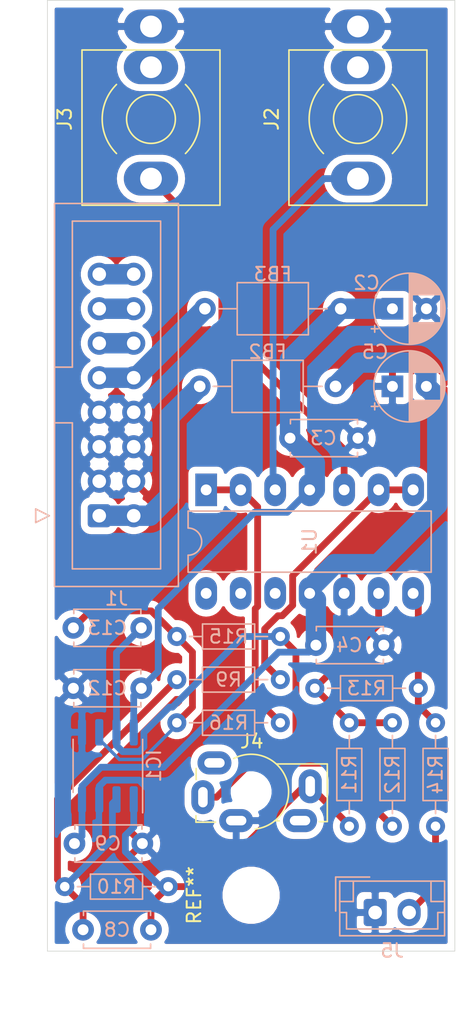
<source format=kicad_pcb>
(kicad_pcb (version 20171130) (host pcbnew "(5.1.10)-1")
  (layers (0 F.Cu signal) (31 B.Cu signal) (34 B.Paste user) (35 F.Paste user) (36 B.SilkS user) (37 F.SilkS user) (38 B.Mask user) (39 F.Mask user) (44 Edge.Cuts user))
  (net 0 "")
  (net 1 GND)
  (net 2 +12V)
  (net 3 -12V)
  (net 4 "Net-(C8-Pad2)")
  (net 5 Left_phone)
  (net 6 "Net-(C13-Pad1)")
  (net 7 Right_phone)
  (net 8 "Net-(FB2-Pad2)")
  (net 9 "Net-(FB3-Pad2)")
  (net 10 "Net-(J1-Pad13)")
  (net 11 "Net-(J1-Pad15)")
  (net 12 "Net-(J2-Pad2)")
  (net 13 "Net-(J2-Pad3)")
  (net 14 "Net-(J3-Pad3)")
  (net 15 "Net-(J3-Pad2)")
  (net 16 "Net-(J4-PadSN)")
  (net 17 "Net-(J4-PadTN)")
  (net 18 Mono_Line)
  (net 19 Left)
  (net 20 "Net-(R11-Pad1)")
  (net 21 "Net-(R13-Pad1)")
  (net 22 Right)
  (net 23 "Net-(J1-Pad11)")
  (module Resistor_THT:R_Axial_DIN0204_L3.6mm_D1.6mm_P7.62mm_Horizontal (layer B.Cu) (at 57.15 76.835 180)
    (fp_text reference R15 (at 3.81 0) (layer B.SilkS) (effects (justify mirror)))
    (fp_text value 680r)
    (pad 2 thru_hole oval (at 7.62 0 180) (size 1.4 1.4) (drill 0.7) (layers *.Cu *.Mask) (net 6 "Net-(C13-Pad1)"))
    (pad 1 thru_hole circle (at 0 0 180) (size 1.4 1.4) (drill 0.7) (layers *.Cu *.Mask) (net 7 Right_phone))
  )
  (module MountingHole:MountingHole_3.2mm_M3 (layer F.Cu) (at 55 95.885 90)
    (fp_text reference REF** (at 0 -4.2 90) (layer F.SilkS))
    (fp_text value MountingHole_3.2mm_M3)
    (pad 1 np_thru_hole circle (at 0 0 90) (size 3.2 3.2) (drill 3.2) (layers *.Cu *.Mask))
  )
  (module Capacitor_THT:CP_Radial_D5.0mm_P2.50mm (layer B.Cu) (at 65.405 52.705)
    (fp_text reference C2 (at -1.905 -1.905) (layer B.SilkS) (effects (justify mirror)))
    (fp_text value 10uf)
    (pad 2 thru_hole circle (at 2.5 0) (size 1.6 1.6) (drill 0.8) (layers *.Cu *.Mask) (net 1 GND))
    (pad 1 thru_hole rect (at 0 0) (size 1.6 1.6) (drill 0.8) (layers *.Cu *.Mask) (net 2 +12V))
  )
  (module Capacitor_THT:C_Disc_D4.7mm_W2.5mm_P5.00mm (layer B.Cu) (at 62.865 62.23 180)
    (fp_text reference C3 (at 2.54 0) (layer B.SilkS) (effects (justify mirror)))
    (fp_text value 0.1uf)
    (pad 1 thru_hole circle (at 0 0 180) (size 1.6 1.6) (drill 0.8) (layers *.Cu *.Mask) (net 1 GND))
    (pad 2 thru_hole circle (at 5 0 180) (size 1.6 1.6) (drill 0.8) (layers *.Cu *.Mask) (net 2 +12V))
  )
  (module Capacitor_THT:C_Disc_D4.7mm_W2.5mm_P5.00mm (layer B.Cu) (at 64.77 77.47 180)
    (fp_text reference C4 (at 2.54 0) (layer B.SilkS) (effects (justify mirror)))
    (fp_text value 0.1uf)
    (pad 2 thru_hole circle (at 5 0 180) (size 1.6 1.6) (drill 0.8) (layers *.Cu *.Mask) (net 3 -12V))
    (pad 1 thru_hole circle (at 0 0 180) (size 1.6 1.6) (drill 0.8) (layers *.Cu *.Mask) (net 1 GND))
  )
  (module Capacitor_THT:CP_Radial_D5.0mm_P2.50mm (layer B.Cu) (at 65.405 58.42)
    (fp_text reference C5 (at -1.27 -2.54) (layer B.SilkS) (effects (justify mirror)))
    (fp_text value 10uf)
    (pad 1 thru_hole rect (at 0 0) (size 1.6 1.6) (drill 0.8) (layers *.Cu *.Mask) (net 1 GND))
    (pad 2 thru_hole circle (at 2.5 0) (size 1.6 1.6) (drill 0.8) (layers *.Cu *.Mask) (net 3 -12V))
  )
  (module Capacitor_THT:C_Disc_D4.7mm_W2.5mm_P5.00mm (layer B.Cu) (at 47.625 98.425 180)
    (fp_text reference C8 (at 2.5 0) (layer B.SilkS) (effects (justify mirror)))
    (fp_text value 47pf)
    (pad 2 thru_hole circle (at 5 0 180) (size 1.6 1.6) (drill 0.8) (layers *.Cu *.Mask) (net 4 "Net-(C8-Pad2)"))
    (pad 1 thru_hole circle (at 0 0 180) (size 1.6 1.6) (drill 0.8) (layers *.Cu *.Mask) (net 5 Left_phone))
  )
  (module Capacitor_THT:C_Disc_D4.7mm_W2.5mm_P5.00mm (layer B.Cu) (at 46.99 92.075 180)
    (fp_text reference C9 (at 2.54 0) (layer B.SilkS) (effects (justify mirror)))
    (fp_text value 100nf)
    (pad 1 thru_hole circle (at 0 0 180) (size 1.6 1.6) (drill 0.8) (layers *.Cu *.Mask) (net 1 GND))
    (pad 2 thru_hole circle (at 5 0 180) (size 1.6 1.6) (drill 0.8) (layers *.Cu *.Mask) (net 3 -12V))
  )
  (module Capacitor_THT:C_Disc_D4.7mm_W2.5mm_P5.00mm (layer B.Cu) (at 41.91 80.645)
    (fp_text reference C12 (at 2.5 0) (layer B.SilkS) (effects (justify mirror)))
    (fp_text value 100nf)
    (pad 2 thru_hole circle (at 5 0) (size 1.6 1.6) (drill 0.8) (layers *.Cu *.Mask) (net 2 +12V))
    (pad 1 thru_hole circle (at 0 0) (size 1.6 1.6) (drill 0.8) (layers *.Cu *.Mask) (net 1 GND))
  )
  (module Capacitor_THT:C_Disc_D4.7mm_W2.5mm_P5.00mm (layer B.Cu) (at 41.91 76.2)
    (fp_text reference C13 (at 2.5 0) (layer B.SilkS) (effects (justify mirror)))
    (fp_text value 47pf)
    (pad 1 thru_hole circle (at 0 0) (size 1.6 1.6) (drill 0.8) (layers *.Cu *.Mask) (net 6 "Net-(C13-Pad1)"))
    (pad 2 thru_hole circle (at 5 0) (size 1.6 1.6) (drill 0.8) (layers *.Cu *.Mask) (net 7 Right_phone))
  )
  (module Inductor_THT:L_Axial_L5.0mm_D3.6mm_P10.00mm_Horizontal_Murata_BL01RN1A2A2 (layer B.Cu) (at 61.214 58.42 180)
    (fp_text reference FB2 (at 5 2.54) (layer B.SilkS) (effects (justify mirror)))
    (fp_text value Ferrite_Bead_Small)
    (pad 1 thru_hole circle (at 0 0 180) (size 1.6 1.6) (drill 0.85) (layers *.Cu *.Mask) (net 3 -12V))
    (pad 2 thru_hole oval (at 10 0 180) (size 1.6 1.6) (drill 0.85) (layers *.Cu *.Mask) (net 8 "Net-(FB2-Pad2)"))
  )
  (module Inductor_THT:L_Axial_L5.0mm_D3.6mm_P10.00mm_Horizontal_Murata_BL01RN1A2A2 (layer B.Cu) (at 61.595 52.705 180)
    (fp_text reference FB3 (at 5 2.54) (layer B.SilkS) (effects (justify mirror)))
    (fp_text value Ferrite_Bead_Small)
    (pad 2 thru_hole oval (at 10 0 180) (size 1.6 1.6) (drill 0.85) (layers *.Cu *.Mask) (net 9 "Net-(FB3-Pad2)"))
    (pad 1 thru_hole circle (at 0 0 180) (size 1.6 1.6) (drill 0.85) (layers *.Cu *.Mask) (net 2 +12V))
  )
  (module Package_SO:SOIC-8_3.9x4.9mm_P1.27mm (layer B.Cu) (at 44.45 86.36 90)
    (fp_text reference IC1 (at 0 3.4 90) (layer B.SilkS) (effects (justify mirror)))
    (fp_text value OPA1688ID)
    (pad 1 smd roundrect (at -2.475 1.905 90) (size 1.95 0.6) (layers B.Cu B.Paste B.Mask) (net 5 Left_phone))
    (pad 2 smd roundrect (at -2.475 0.635 90) (size 1.95 0.6) (layers B.Cu B.Paste B.Mask) (net 4 "Net-(C8-Pad2)"))
    (pad 3 smd roundrect (at -2.475 -0.635 90) (size 1.95 0.6) (layers B.Cu B.Paste B.Mask) (net 1 GND))
    (pad 4 smd roundrect (at -2.475 -1.905 90) (size 1.95 0.6) (layers B.Cu B.Paste B.Mask) (net 3 -12V))
    (pad 5 smd roundrect (at 2.475 -1.905 90) (size 1.95 0.6) (layers B.Cu B.Paste B.Mask) (net 1 GND))
    (pad 6 smd roundrect (at 2.475 -0.635 90) (size 1.95 0.6) (layers B.Cu B.Paste B.Mask) (net 6 "Net-(C13-Pad1)"))
    (pad 7 smd roundrect (at 2.475 0.635 90) (size 1.95 0.6) (layers B.Cu B.Paste B.Mask) (net 7 Right_phone))
    (pad 8 smd roundrect (at 2.475 1.905 90) (size 1.95 0.6) (layers B.Cu B.Paste B.Mask) (net 2 +12V))
  )
  (module Connector_IDC:IDC-Header_2x08_P2.54mm_Vertical (layer B.Cu) (at 43.815 67.945)
    (fp_text reference J1 (at 1.27 6.1) (layer B.SilkS) (effects (justify mirror)))
    (fp_text value Conn_02x08_Odd_Even)
    (pad 1 thru_hole roundrect (at 0 0) (size 1.7 1.7) (drill 1) (layers *.Cu *.Mask) (roundrect_rratio 0.147059) (net 8 "Net-(FB2-Pad2)"))
    (pad 3 thru_hole circle (at 0 -2.54) (size 1.7 1.7) (drill 1) (layers *.Cu *.Mask) (net 1 GND))
    (pad 5 thru_hole circle (at 0 -5.08) (size 1.7 1.7) (drill 1) (layers *.Cu *.Mask) (net 1 GND))
    (pad 7 thru_hole circle (at 0 -7.62) (size 1.7 1.7) (drill 1) (layers *.Cu *.Mask) (net 1 GND))
    (pad 9 thru_hole circle (at 0 -10.16) (size 1.7 1.7) (drill 1) (layers *.Cu *.Mask) (net 9 "Net-(FB3-Pad2)"))
    (pad 11 thru_hole circle (at 0 -12.7) (size 1.7 1.7) (drill 1) (layers *.Cu *.Mask) (net 23 "Net-(J1-Pad11)"))
    (pad 13 thru_hole circle (at 0 -15.24) (size 1.7 1.7) (drill 1) (layers *.Cu *.Mask) (net 10 "Net-(J1-Pad13)"))
    (pad 15 thru_hole circle (at 0 -17.78) (size 1.7 1.7) (drill 1) (layers *.Cu *.Mask) (net 11 "Net-(J1-Pad15)"))
    (pad 2 thru_hole circle (at 2.54 0) (size 1.7 1.7) (drill 1) (layers *.Cu *.Mask) (net 8 "Net-(FB2-Pad2)"))
    (pad 4 thru_hole circle (at 2.54 -2.54) (size 1.7 1.7) (drill 1) (layers *.Cu *.Mask) (net 1 GND))
    (pad 6 thru_hole circle (at 2.54 -5.08) (size 1.7 1.7) (drill 1) (layers *.Cu *.Mask) (net 1 GND))
    (pad 8 thru_hole circle (at 2.54 -7.62) (size 1.7 1.7) (drill 1) (layers *.Cu *.Mask) (net 1 GND))
    (pad 10 thru_hole circle (at 2.54 -10.16) (size 1.7 1.7) (drill 1) (layers *.Cu *.Mask) (net 9 "Net-(FB3-Pad2)"))
    (pad 12 thru_hole circle (at 2.54 -12.7) (size 1.7 1.7) (drill 1) (layers *.Cu *.Mask) (net 23 "Net-(J1-Pad11)"))
    (pad 14 thru_hole circle (at 2.54 -15.24) (size 1.7 1.7) (drill 1) (layers *.Cu *.Mask) (net 10 "Net-(J1-Pad13)"))
    (pad 16 thru_hole circle (at 2.54 -17.78) (size 1.7 1.7) (drill 1) (layers *.Cu *.Mask) (net 11 "Net-(J1-Pad15)"))
  )
  (module Connector_Audio:PJ-3001_Mono_Phone (layer F.Cu) (at 52.705 34.925 90)
    (fp_text reference J2 (at -3.81 3.81 90) (layer F.SilkS))
    (fp_text value Right)
    (pad 1 thru_hole oval (at 3 10.16 90) (size 2.5 4) (drill 1.6) (layers *.Cu *.Mask) (net 1 GND))
    (pad 2 thru_hole oval (at 0 10.16 90) (size 2.5 4) (drill 1.6) (layers *.Cu *.Mask) (net 12 "Net-(J2-Pad2)"))
    (pad 3 thru_hole oval (at -8.2 10.16 90) (size 2.5 4) (drill 1.6) (layers *.Cu *.Mask) (net 13 "Net-(J2-Pad3)"))
  )
  (module Connector_Audio:PJ-3001_Mono_Phone (layer F.Cu) (at 37.465 34.925 90)
    (fp_text reference J3 (at -3.81 3.81 90) (layer F.SilkS))
    (fp_text value Left)
    (pad 3 thru_hole oval (at -8.2 10.16 90) (size 2.5 4) (drill 1.6) (layers *.Cu *.Mask) (net 14 "Net-(J3-Pad3)"))
    (pad 2 thru_hole oval (at 0 10.16 90) (size 2.5 4) (drill 1.6) (layers *.Cu *.Mask) (net 15 "Net-(J3-Pad2)"))
    (pad 1 thru_hole oval (at 3 10.16 90) (size 2.5 4) (drill 1.6) (layers *.Cu *.Mask) (net 1 GND))
  )
  (module Connector_Audio:Stereo_phon_jack_STX-3790 (layer F.Cu) (at 55 88.265)
    (fp_text reference J4 (at 0.0508 -3.7084) (layer F.SilkS))
    (fp_text value AudioJack2_Ground_Switch)
    (pad SN thru_hole oval (at -2.7 -2.125) (size 2.5 1.7) (drill oval 1.5 0.7) (layers *.Cu *.Mask) (net 16 "Net-(J4-PadSN)"))
    (pad TN thru_hole oval (at 3.6 2.125) (size 2.5 1.7) (drill oval 1.5 0.7) (layers *.Cu *.Mask) (net 17 "Net-(J4-PadTN)"))
    (pad T thru_hole oval (at 4.35 -0.4) (size 1.7 2.5) (drill oval 0.7 1.5) (layers *.Cu *.Mask) (net 5 Left_phone))
    (pad G thru_hole oval (at -1.1 2.125) (size 2.5 1.7) (drill oval 1.5 0.7) (layers *.Cu *.Mask) (net 1 GND))
    (pad S thru_hole oval (at -3.55 0.4) (size 1.7 2.5) (drill oval 0.7 1.5) (layers *.Cu *.Mask) (net 7 Right_phone))
    (pad "" np_thru_hole circle (at 0 0) (size 2 2) (drill 2) (layers *.Cu *.Mask))
  )
  (module Connector_JST:JST_EH_B2B-EH-A_1x02_P2.50mm_Vertical (layer B.Cu) (at 64.135 97.155)
    (fp_text reference J5 (at 1.25 2.8) (layer B.SilkS) (effects (justify mirror)))
    (fp_text value Mono)
    (pad 1 thru_hole roundrect (at 0 0) (size 1.7 2) (drill 1) (layers *.Cu *.Mask) (roundrect_rratio 0.147059) (net 1 GND))
    (pad 2 thru_hole oval (at 2.5 0) (size 1.7 2) (drill 1) (layers *.Cu *.Mask) (net 18 Mono_Line))
  )
  (module Resistor_THT:R_Axial_DIN0204_L3.6mm_D1.6mm_P7.62mm_Horizontal (layer B.Cu) (at 49.53 80.01)
    (fp_text reference R9 (at 3.81 0) (layer B.SilkS) (effects (justify mirror)))
    (fp_text value 6.8k)
    (pad 2 thru_hole oval (at 7.62 0) (size 1.4 1.4) (drill 0.7) (layers *.Cu *.Mask) (net 19 Left))
    (pad 1 thru_hole circle (at 0 0) (size 1.4 1.4) (drill 0.7) (layers *.Cu *.Mask) (net 4 "Net-(C8-Pad2)"))
  )
  (module Resistor_THT:R_Axial_DIN0204_L3.6mm_D1.6mm_P7.62mm_Horizontal (layer B.Cu) (at 41.275 95.25)
    (fp_text reference R10 (at 3.81 0) (layer B.SilkS) (effects (justify mirror)))
    (fp_text value 680r)
    (pad 1 thru_hole circle (at 0 0) (size 1.4 1.4) (drill 0.7) (layers *.Cu *.Mask) (net 4 "Net-(C8-Pad2)"))
    (pad 2 thru_hole oval (at 7.62 0) (size 1.4 1.4) (drill 0.7) (layers *.Cu *.Mask) (net 5 Left_phone))
  )
  (module Resistor_THT:R_Axial_DIN0204_L3.6mm_D1.6mm_P7.62mm_Horizontal (layer B.Cu) (at 62.23 83.185 270)
    (fp_text reference R11 (at 3.81 0 90) (layer B.SilkS) (effects (justify mirror)))
    (fp_text value 20k)
    (pad 2 thru_hole oval (at 7.62 0 270) (size 1.4 1.4) (drill 0.7) (layers *.Cu *.Mask) (net 5 Left_phone))
    (pad 1 thru_hole circle (at 0 0 270) (size 1.4 1.4) (drill 0.7) (layers *.Cu *.Mask) (net 20 "Net-(R11-Pad1)"))
  )
  (module Resistor_THT:R_Axial_DIN0204_L3.6mm_D1.6mm_P7.62mm_Horizontal (layer B.Cu) (at 65.405 83.185 270)
    (fp_text reference R12 (at 3.81 0 90) (layer B.SilkS) (effects (justify mirror)))
    (fp_text value 20k)
    (pad 1 thru_hole circle (at 0 0 270) (size 1.4 1.4) (drill 0.7) (layers *.Cu *.Mask) (net 20 "Net-(R11-Pad1)"))
    (pad 2 thru_hole oval (at 7.62 0 270) (size 1.4 1.4) (drill 0.7) (layers *.Cu *.Mask) (net 7 Right_phone))
  )
  (module Resistor_THT:R_Axial_DIN0204_L3.6mm_D1.6mm_P7.62mm_Horizontal (layer B.Cu) (at 67.31 80.645 180)
    (fp_text reference R13 (at 3.81 0) (layer B.SilkS) (effects (justify mirror)))
    (fp_text value 10k)
    (pad 1 thru_hole circle (at 0 0 180) (size 1.4 1.4) (drill 0.7) (layers *.Cu *.Mask) (net 21 "Net-(R13-Pad1)"))
    (pad 2 thru_hole oval (at 7.62 0 180) (size 1.4 1.4) (drill 0.7) (layers *.Cu *.Mask) (net 20 "Net-(R11-Pad1)"))
  )
  (module Resistor_THT:R_Axial_DIN0204_L3.6mm_D1.6mm_P7.62mm_Horizontal (layer B.Cu) (at 68.58 90.805 90)
    (fp_text reference R14 (at 3.81 0 90) (layer B.SilkS) (effects (justify mirror)))
    (fp_text value 1k)
    (pad 2 thru_hole oval (at 7.62 0 90) (size 1.4 1.4) (drill 0.7) (layers *.Cu *.Mask) (net 21 "Net-(R13-Pad1)"))
    (pad 1 thru_hole circle (at 0 0 90) (size 1.4 1.4) (drill 0.7) (layers *.Cu *.Mask) (net 18 Mono_Line))
  )
  (module Resistor_THT:R_Axial_DIN0204_L3.6mm_D1.6mm_P7.62mm_Horizontal (layer B.Cu) (at 49.53 83.185)
    (fp_text reference R16 (at 3.81 0) (layer B.SilkS) (effects (justify mirror)))
    (fp_text value 6.8k)
    (pad 1 thru_hole circle (at 0 0) (size 1.4 1.4) (drill 0.7) (layers *.Cu *.Mask) (net 6 "Net-(C13-Pad1)"))
    (pad 2 thru_hole oval (at 7.62 0) (size 1.4 1.4) (drill 0.7) (layers *.Cu *.Mask) (net 22 Right))
  )
  (module Package_DIP:DIP-14_W7.62mm_LongPads (layer B.Cu) (at 51.689 66.04 270)
    (fp_text reference U1 (at 3.81 -7.62 270) (layer B.SilkS) (effects (justify mirror)))
    (fp_text value TL074)
    (pad 1 thru_hole rect (at 0 0 270) (size 2.4 1.6) (drill 0.8) (layers *.Cu *.Mask) (net 22 Right))
    (pad 8 thru_hole oval (at 7.62 -15.24 270) (size 2.4 1.6) (drill 0.8) (layers *.Cu *.Mask) (net 21 "Net-(R13-Pad1)"))
    (pad 2 thru_hole oval (at 0 -2.54 270) (size 2.4 1.6) (drill 0.8) (layers *.Cu *.Mask) (net 22 Right))
    (pad 9 thru_hole oval (at 7.62 -12.7 270) (size 2.4 1.6) (drill 0.8) (layers *.Cu *.Mask) (net 20 "Net-(R11-Pad1)"))
    (pad 3 thru_hole oval (at 0 -5.08 270) (size 2.4 1.6) (drill 0.8) (layers *.Cu *.Mask) (net 13 "Net-(J2-Pad3)"))
    (pad 10 thru_hole oval (at 7.62 -10.16 270) (size 2.4 1.6) (drill 0.8) (layers *.Cu *.Mask) (net 1 GND))
    (pad 4 thru_hole oval (at 0 -7.62 270) (size 2.4 1.6) (drill 0.8) (layers *.Cu *.Mask) (net 2 +12V))
    (pad 11 thru_hole oval (at 7.62 -7.62 270) (size 2.4 1.6) (drill 0.8) (layers *.Cu *.Mask) (net 3 -12V))
    (pad 5 thru_hole oval (at 0 -10.16 270) (size 2.4 1.6) (drill 0.8) (layers *.Cu *.Mask) (net 14 "Net-(J3-Pad3)"))
    (pad 12 thru_hole oval (at 7.62 -5.08 270) (size 2.4 1.6) (drill 0.8) (layers *.Cu *.Mask))
    (pad 6 thru_hole oval (at 0 -12.7 270) (size 2.4 1.6) (drill 0.8) (layers *.Cu *.Mask) (net 19 Left))
    (pad 13 thru_hole oval (at 7.62 -2.54 270) (size 2.4 1.6) (drill 0.8) (layers *.Cu *.Mask))
    (pad 7 thru_hole oval (at 0 -15.24 270) (size 2.4 1.6) (drill 0.8) (layers *.Cu *.Mask) (net 19 Left))
    (pad 14 thru_hole oval (at 7.62 0 270) (size 2.4 1.6) (drill 0.8) (layers *.Cu *.Mask))
  )
  (gr_line (start 40 100) (end 40 30) (layer Edge.Cuts) (width 0.05))
  (gr_line (start 70 100) (end 40 100) (layer Edge.Cuts) (width 0.05))
  (gr_line (start 70 30) (end 70 100) (layer Edge.Cuts) (width 0.05))
  (gr_line (start 40 30) (end 70 30) (layer Edge.Cuts) (width 0.05))
  (segment (start 46.753534 87.40999) (end 47.789999 88.446455) (width 0.5) (layer B.Cu) (net 1))
  (segment (start 44.26501 87.40999) (end 46.753534 87.40999) (width 0.5) (layer B.Cu) (net 1))
  (segment (start 43.815 87.86) (end 44.26501 87.40999) (width 0.5) (layer B.Cu) (net 1))
  (segment (start 47.789999 91.275001) (end 46.99 92.075) (width 0.5) (layer B.Cu) (net 1))
  (segment (start 47.789999 88.446455) (end 47.789999 91.275001) (width 0.5) (layer B.Cu) (net 1))
  (segment (start 43.815 88.835) (end 43.815 87.86) (width 0.5) (layer B.Cu) (net 1))
  (segment (start 59.69 64.055) (end 57.865 62.23) (width 1.5) (layer B.Cu) (net 2))
  (segment (start 59.69 66.04) (end 59.69 64.055) (width 1.5) (layer B.Cu) (net 2))
  (segment (start 57.865 56.435) (end 61.595 52.705) (width 1.5) (layer B.Cu) (net 2))
  (segment (start 57.865 62.23) (end 57.865 56.435) (width 1.5) (layer B.Cu) (net 2))
  (segment (start 61.595 52.705) (end 65.405 52.705) (width 1.5) (layer B.Cu) (net 2))
  (segment (start 46.355 81.2) (end 46.91 80.645) (width 0.5) (layer B.Cu) (net 2))
  (segment (start 46.355 83.885) (end 46.355 81.2) (width 0.5) (layer B.Cu) (net 2))
  (segment (start 57.65899 67.69001) (end 59.309 66.04) (width 0.5) (layer B.Cu) (net 2))
  (segment (start 55.24599 67.69001) (end 57.65899 67.69001) (width 0.5) (layer B.Cu) (net 2))
  (segment (start 48.160001 74.775999) (end 55.24599 67.69001) (width 0.5) (layer B.Cu) (net 2))
  (segment (start 48.160001 79.394999) (end 48.160001 74.775999) (width 0.5) (layer B.Cu) (net 2))
  (segment (start 46.91 80.645) (end 48.160001 79.394999) (width 0.5) (layer B.Cu) (net 2))
  (segment (start 59.309 73.325113) (end 59.309 73.66) (width 1.5) (layer B.Cu) (net 3))
  (segment (start 64.333897 71.50999) (end 61.124123 71.50999) (width 1.5) (layer B.Cu) (net 3))
  (segment (start 61.124123 71.50999) (end 59.309 73.325113) (width 1.5) (layer B.Cu) (net 3))
  (segment (start 68.704999 67.138888) (end 64.333897 71.50999) (width 1.5) (layer B.Cu) (net 3))
  (segment (start 68.704999 59.219999) (end 68.704999 67.138888) (width 1.5) (layer B.Cu) (net 3))
  (segment (start 67.905 58.42) (end 68.704999 59.219999) (width 1.5) (layer B.Cu) (net 3))
  (segment (start 59.77 74.121) (end 59.309 73.66) (width 1.5) (layer B.Cu) (net 3))
  (segment (start 59.77 77.47) (end 59.77 74.121) (width 1.5) (layer B.Cu) (net 3))
  (segment (start 42.545 91.52) (end 41.99 92.075) (width 0.5) (layer B.Cu) (net 3))
  (segment (start 42.545 88.835) (end 42.545 91.52) (width 0.5) (layer B.Cu) (net 3))
  (segment (start 67.905 57.28863) (end 67.905 58.42) (width 1.5) (layer B.Cu) (net 3))
  (segment (start 67.286369 56.669999) (end 67.905 57.28863) (width 1.5) (layer B.Cu) (net 3))
  (segment (start 62.964001 56.669999) (end 67.286369 56.669999) (width 1.5) (layer B.Cu) (net 3))
  (segment (start 61.214 58.42) (end 62.964001 56.669999) (width 1.5) (layer B.Cu) (net 3))
  (segment (start 59.254999 77.985001) (end 59.77 77.47) (width 0.5) (layer B.Cu) (net 3))
  (segment (start 57.015999 77.985001) (end 59.254999 77.985001) (width 0.5) (layer B.Cu) (net 3))
  (segment (start 43.94497 86.46003) (end 48.54097 86.46003) (width 0.5) (layer B.Cu) (net 3))
  (segment (start 48.54097 86.46003) (end 57.015999 77.985001) (width 0.5) (layer B.Cu) (net 3))
  (segment (start 42.545 87.86) (end 43.94497 86.46003) (width 0.5) (layer B.Cu) (net 3))
  (segment (start 42.545 88.835) (end 42.545 87.86) (width 0.5) (layer B.Cu) (net 3))
  (segment (start 42.625 96.6) (end 41.275 95.25) (width 0.5) (layer F.Cu) (net 4))
  (segment (start 42.625 98.425) (end 42.625 96.6) (width 0.5) (layer F.Cu) (net 4))
  (segment (start 44.785 89.135) (end 45.085 88.835) (width 0.5) (layer B.Cu) (net 4))
  (segment (start 44.785 91.74) (end 44.785 89.135) (width 0.5) (layer B.Cu) (net 4))
  (segment (start 41.275 95.25) (end 44.785 91.74) (width 0.5) (layer B.Cu) (net 4))
  (segment (start 40.739999 94.714999) (end 41.275 95.25) (width 0.5) (layer F.Cu) (net 4))
  (segment (start 40.739999 88.800001) (end 40.739999 94.714999) (width 0.5) (layer F.Cu) (net 4))
  (segment (start 49.53 80.01) (end 40.739999 88.800001) (width 0.5) (layer F.Cu) (net 4))
  (segment (start 48.314998 95.25) (end 48.895 95.25) (width 0.5) (layer B.Cu) (net 5))
  (segment (start 45.739999 92.675001) (end 48.314998 95.25) (width 0.5) (layer B.Cu) (net 5))
  (segment (start 45.739999 91.474999) (end 45.739999 92.675001) (width 0.5) (layer B.Cu) (net 5))
  (segment (start 46.355 90.859998) (end 45.739999 91.474999) (width 0.5) (layer B.Cu) (net 5))
  (segment (start 46.355 88.835) (end 46.355 90.859998) (width 0.5) (layer B.Cu) (net 5))
  (segment (start 58.886509 87.865) (end 59.35 87.865) (width 0.5) (layer F.Cu) (net 5))
  (segment (start 51.501509 95.25) (end 58.886509 87.865) (width 0.5) (layer F.Cu) (net 5))
  (segment (start 48.895 95.25) (end 51.501509 95.25) (width 0.5) (layer F.Cu) (net 5))
  (segment (start 62.23 90.745) (end 59.35 87.865) (width 0.5) (layer F.Cu) (net 5))
  (segment (start 62.23 90.805) (end 62.23 90.745) (width 0.5) (layer F.Cu) (net 5))
  (segment (start 47.625 96.52) (end 48.895 95.25) (width 0.5) (layer F.Cu) (net 5))
  (segment (start 47.625 98.425) (end 47.625 96.52) (width 0.5) (layer F.Cu) (net 5))
  (segment (start 50.680001 77.985001) (end 49.53 76.835) (width 0.5) (layer F.Cu) (net 6))
  (segment (start 50.680001 82.034999) (end 50.680001 77.985001) (width 0.5) (layer F.Cu) (net 6))
  (segment (start 49.53 83.185) (end 50.680001 82.034999) (width 0.5) (layer F.Cu) (net 6))
  (segment (start 43.160001 74.949999) (end 41.91 76.2) (width 0.5) (layer F.Cu) (net 6))
  (segment (start 47.644999 74.949999) (end 43.160001 74.949999) (width 0.5) (layer F.Cu) (net 6))
  (segment (start 49.53 76.835) (end 47.644999 74.949999) (width 0.5) (layer F.Cu) (net 6))
  (segment (start 43.815 84.403186) (end 43.815 83.885) (width 0.25) (layer B.Cu) (net 6))
  (segment (start 46.99171 85.88502) (end 45.296834 85.88502) (width 0.25) (layer B.Cu) (net 6))
  (segment (start 45.296834 85.88502) (end 43.815 84.403186) (width 0.25) (layer B.Cu) (net 6))
  (segment (start 49.53 83.34673) (end 46.99171 85.88502) (width 0.25) (layer B.Cu) (net 6))
  (segment (start 49.53 83.185) (end 49.53 83.34673) (width 0.25) (layer B.Cu) (net 6))
  (segment (start 52.453998 88.665) (end 51.45 88.665) (width 0.5) (layer F.Cu) (net 7))
  (segment (start 54.954008 86.16499) (end 52.453998 88.665) (width 0.5) (layer F.Cu) (net 7))
  (segment (start 65.405 90.805) (end 60.76499 86.16499) (width 0.5) (layer F.Cu) (net 7))
  (segment (start 58.300001 86.036801) (end 58.42819 86.16499) (width 0.5) (layer F.Cu) (net 7))
  (segment (start 58.300001 77.985001) (end 58.300001 86.036801) (width 0.5) (layer F.Cu) (net 7))
  (segment (start 57.15 76.835) (end 58.300001 77.985001) (width 0.5) (layer F.Cu) (net 7))
  (segment (start 58.42819 86.16499) (end 54.954008 86.16499) (width 0.5) (layer F.Cu) (net 7))
  (segment (start 60.76499 86.16499) (end 58.42819 86.16499) (width 0.5) (layer F.Cu) (net 7))
  (segment (start 45.085 78.025) (end 46.91 76.2) (width 0.5) (layer B.Cu) (net 7))
  (segment (start 45.085 83.885) (end 45.085 78.025) (width 0.5) (layer B.Cu) (net 7))
  (segment (start 45.085 84.86) (end 45.085 83.885) (width 0.5) (layer B.Cu) (net 7))
  (segment (start 46.753534 85.31001) (end 45.53501 85.31001) (width 0.5) (layer B.Cu) (net 7))
  (segment (start 47.10501 84.958534) (end 46.753534 85.31001) (width 0.5) (layer B.Cu) (net 7))
  (segment (start 47.10501 83.907988) (end 47.10501 84.958534) (width 0.5) (layer B.Cu) (net 7))
  (segment (start 45.53501 85.31001) (end 45.085 84.86) (width 0.5) (layer B.Cu) (net 7))
  (segment (start 48.977999 82.034999) (end 47.10501 83.907988) (width 0.5) (layer B.Cu) (net 7))
  (segment (start 49.207003 82.034999) (end 48.977999 82.034999) (width 0.5) (layer B.Cu) (net 7))
  (segment (start 54.407002 76.835) (end 49.207003 82.034999) (width 0.5) (layer B.Cu) (net 7))
  (segment (start 57.15 76.835) (end 54.407002 76.835) (width 0.5) (layer B.Cu) (net 7))
  (segment (start 43.815 67.945) (end 46.355 67.945) (width 1.5) (layer B.Cu) (net 8))
  (segment (start 47.557081 67.945) (end 48.9966 66.505481) (width 1.5) (layer B.Cu) (net 8))
  (segment (start 46.355 67.945) (end 47.557081 67.945) (width 1.5) (layer B.Cu) (net 8))
  (segment (start 48.9966 60.6374) (end 51.214 58.42) (width 1.5) (layer B.Cu) (net 8))
  (segment (start 48.9966 66.505481) (end 48.9966 60.6374) (width 1.5) (layer B.Cu) (net 8))
  (segment (start 43.815 57.785) (end 46.355 57.785) (width 1.5) (layer B.Cu) (net 9))
  (segment (start 46.515 57.785) (end 46.355 57.785) (width 1.5) (layer B.Cu) (net 9))
  (segment (start 51.595 52.705) (end 46.515 57.785) (width 1.5) (layer B.Cu) (net 9))
  (segment (start 46.355 52.705) (end 43.815 52.705) (width 1.5) (layer B.Cu) (net 10))
  (segment (start 46.355 50.165) (end 43.815 50.165) (width 1.5) (layer B.Cu) (net 11))
  (segment (start 56.614999 65.504999) (end 57.15 66.04) (width 0.5) (layer B.Cu) (net 13))
  (segment (start 56.614999 46.875001) (end 56.614999 65.504999) (width 0.5) (layer B.Cu) (net 13))
  (segment (start 60.365 43.125) (end 56.614999 46.875001) (width 0.5) (layer B.Cu) (net 13))
  (segment (start 62.865 43.125) (end 60.365 43.125) (width 0.5) (layer B.Cu) (net 13))
  (segment (start 52.845001 48.345001) (end 47.625 43.125) (width 0.5) (layer F.Cu) (net 14))
  (segment (start 52.845001 54.060003) (end 52.845001 48.345001) (width 0.5) (layer F.Cu) (net 14))
  (segment (start 61.849 63.064002) (end 52.845001 54.060003) (width 0.5) (layer F.Cu) (net 14))
  (segment (start 61.849 66.04) (end 61.849 63.064002) (width 0.5) (layer F.Cu) (net 14))
  (segment (start 68.58 95.21) (end 66.635 97.155) (width 0.5) (layer F.Cu) (net 18))
  (segment (start 68.58 90.805) (end 68.58 95.21) (width 0.5) (layer F.Cu) (net 18))
  (segment (start 64.389 66.04) (end 66.929 66.04) (width 0.5) (layer F.Cu) (net 19))
  (segment (start 58.05899 72.37001) (end 64.389 66.04) (width 0.5) (layer F.Cu) (net 19))
  (segment (start 58.05899 74.537791) (end 58.05899 72.37001) (width 0.5) (layer F.Cu) (net 19))
  (segment (start 57.286771 75.31001) (end 58.05899 74.537791) (width 0.5) (layer F.Cu) (net 19))
  (segment (start 56.972988 75.31001) (end 57.286771 75.31001) (width 0.5) (layer F.Cu) (net 19))
  (segment (start 55.999999 76.282999) (end 56.972988 75.31001) (width 0.5) (layer F.Cu) (net 19))
  (segment (start 55.999999 78.859999) (end 55.999999 76.282999) (width 0.5) (layer F.Cu) (net 19))
  (segment (start 57.15 80.01) (end 55.999999 78.859999) (width 0.5) (layer F.Cu) (net 19))
  (segment (start 62.23 83.185) (end 59.69 80.645) (width 0.5) (layer F.Cu) (net 20))
  (segment (start 65.405 83.185) (end 62.23 83.185) (width 0.5) (layer F.Cu) (net 20))
  (segment (start 64.389 75.946) (end 64.389 73.66) (width 0.5) (layer F.Cu) (net 20))
  (segment (start 59.69 80.645) (end 64.389 75.946) (width 0.5) (layer F.Cu) (net 20))
  (segment (start 67.31 81.915) (end 68.58 83.185) (width 0.5) (layer F.Cu) (net 21))
  (segment (start 67.31 80.645) (end 67.31 81.915) (width 0.5) (layer F.Cu) (net 21))
  (segment (start 67.31 74.041) (end 66.929 73.66) (width 0.5) (layer F.Cu) (net 21))
  (segment (start 67.31 80.645) (end 67.31 74.041) (width 0.5) (layer F.Cu) (net 21))
  (segment (start 51.689 66.04) (end 54.229 66.04) (width 0.5) (layer F.Cu) (net 22))
  (segment (start 55.299989 74.796772) (end 55.47901 74.617751) (width 0.5) (layer F.Cu) (net 22))
  (segment (start 55.47901 67.29001) (end 54.229 66.04) (width 0.5) (layer F.Cu) (net 22))
  (segment (start 55.299989 81.334989) (end 55.299989 74.796772) (width 0.5) (layer F.Cu) (net 22))
  (segment (start 55.47901 74.617751) (end 55.47901 67.29001) (width 0.5) (layer F.Cu) (net 22))
  (segment (start 57.15 83.185) (end 55.299989 81.334989) (width 0.5) (layer F.Cu) (net 22))
  (segment (start 46.355 55.245) (end 43.815 55.245) (width 1.5) (layer B.Cu) (net 23))
  (zone (net 1) (net_name GND) (layer F.Cu) (connect_pads (clearance 0.508)) (min_thickness 0.254) (fill yes (arc_segments 32) (thermal_gap 0.508) (thermal_bridge_width 0.508))
    (polygon (pts (xy 70.0024 99.9998) (xy 40.005 99.9998) (xy 40.005 29.9974) (xy 70.0024 29.9974)))
  )
  (zone (net 1) (net_name GND) (layer B.Cu) (connect_pads (clearance 0.508)) (min_thickness 0.254) (fill yes (arc_segments 32) (thermal_gap 0.508) (thermal_bridge_width 0.508))
    (polygon (pts (xy 70.0024 99.9998) (xy 40.005 99.9998) (xy 40.005 29.9974) (xy 70.0024 29.9974)))
  )
)
</source>
